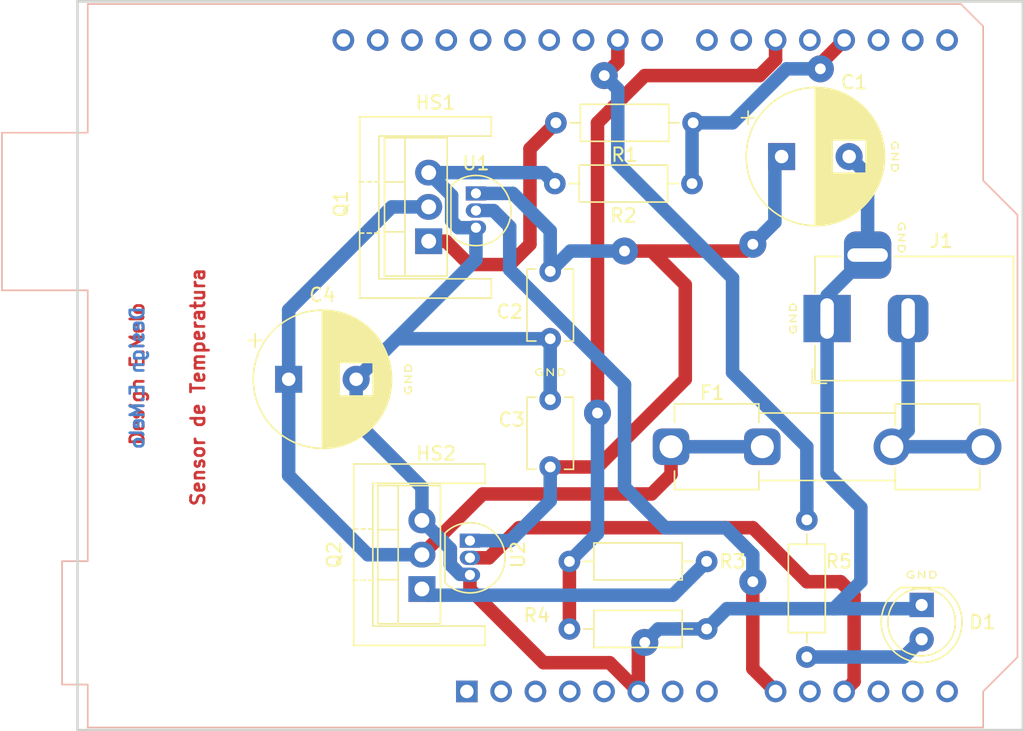
<source format=kicad_pcb>
(kicad_pcb (version 20240108) (generator "pcbnew") (generator_version "8.0")
  (layers (0 "F.Cu" signal) (31 "B.Cu" signal) (34 "B.Paste" user) (35 "F.Paste" user) (36 "B.SilkS" user "B.Silkscreen") (37 "F.SilkS" user "F.Silkscreen") (38 "B.Mask" user) (39 "F.Mask" user) (44 "Edge.Cuts" user))
  (net 0 "")
  (net 1 "Net-(A1-D5)")
  (net 3 "Net-(A1-D3)")
  (net 5 "Net-(A1-A0)")
  (net 11 "Net-(A1-D9)")
  (net 14 "Net-(A1-A2)")
  (net 16 "VCC")
  (net 20 "GND")
  (net 33 "+3V3")
  (net 34 "+V")
  (net 35 "Net-(D1-A)")
  (net 36 "Net-(F1-Pad2)")
  (net 37 "Net-(Q1-B)")
  (net 38 "Net-(Q2-B)")
  (footprint "Resistor_THT:R_Axial_DIN0207_L6.3mm_D2.5mm_P10.16mm_Horizontal" (layer "F.Cu") (at 121.08 64.5 180)
    (property "Reference" "R1" (at 5.08 -2.37 0) (layer "F.SilkS"))
    (property "Value" "1K")
    (pad "1" thru_hole circle (at 0 0 180) (size 1.6 1.6) (drill 0.8) (layers "*.Cu" "*.Mask") (net 3 "Net-(A1-D3)"))
    (pad "2" thru_hole oval (at 10.16 0 180) (size 1.6 1.6) (drill 0.8) (layers "*.Cu" "*.Mask") (net 37 "Net-(Q1-B)"))
  )
  (footprint "Heatsink:Heatsink_Stonecold_HS-S02_13.21x9.53mm" (layer "F.Cu") (at 96.5 70.77 90)
    (property "Reference" "HS1" (at 7.77 5.5 180) (layer "F.SilkS"))
    (property "Value" "Heatsink")
  )
  (footprint "Connector_BarrelJack:BarrelJack_Horizontal" (layer "F.Cu") (at 131 79 180)
    (property "Reference" "J1" (at -8.45 5.75 0) (layer "F.SilkS"))
    (property "Value" "Barrel_Jack_Switch")
    (pad "1" thru_hole rect (at 0 0 180) (size 3.5 3.5) (drill oval 1 3) (layers "*.Cu" "*.Mask") (net 20 "GND"))
    (pad "2" thru_hole roundrect (at -6 0 180) (size 3 3.5) (drill oval 1 3) (layers "*.Cu" "*.Mask") (net 36 "Net-(F1-Pad2)"))
    (pad "3" thru_hole roundrect (at -3 4.7 180) (size 3.5 3.5) (drill oval 3 1) (layers "*.Cu" "*.Mask") (net 20 "GND"))
  )
  (footprint "Package_TO_SOT_THT:TO-92_Inline" (layer "F.Cu") (at 104.555 95.46 -90)
    (property "Reference" "U2" (at 1.04 -3.56 90) (layer "F.SilkS"))
    (property "Value" "LM35-LP")
    (pad "1" thru_hole rect (at 0 0 270) (size 1.05 1.5) (drill 0.75) (layers "*.Cu" "*.Mask") (net 33 "+3V3"))
    (pad "2" thru_hole oval (at 1.27 0 270) (size 1.05 1.5) (drill 0.75) (layers "*.Cu" "*.Mask") (net 14 "Net-(A1-A2)"))
    (pad "3" thru_hole oval (at 2.54 0 270) (size 1.05 1.5) (drill 0.75) (layers "*.Cu" "*.Mask") (net 20 "GND"))
  )
  (footprint "Capacitor_THT:C_Disc_D5.1mm_W3.2mm_P5.00mm" (layer "F.Cu") (at 110.5 75.5 -90)
    (property "Reference" "C2" (at 3 3 180) (layer "F.SilkS"))
    (property "Value" "100nF")
    (pad "1" thru_hole circle (at 0 0 270) (size 1.6 1.6) (drill 0.8) (layers "*.Cu" "*.Mask") (net 33 "+3V3"))
    (pad "2" thru_hole circle (at 5 0 270) (size 1.6 1.6) (drill 0.8) (layers "*.Cu" "*.Mask") (net 20 "GND"))
  )
  (footprint "Package_TO_SOT_THT:TO-220-3_Vertical" (layer "F.Cu") (at 101 99.04 90)
    (property "Reference" "Q2" (at 2.54 -6.5 -90) (layer "F.SilkS"))
    (property "Value" "TIP41")
    (pad "1" thru_hole rect (at 0 0 90) (size 1.905 2) (drill 1.1) (layers "*.Cu" "*.Mask") (net 38 "Net-(Q2-B)"))
    (pad "2" thru_hole oval (at 2.54 0 90) (size 1.905 2) (drill 1.1) (layers "*.Cu" "*.Mask") (net 34 "+V"))
    (pad "3" thru_hole oval (at 5.08 0 90) (size 1.905 2) (drill 1.1) (layers "*.Cu" "*.Mask") (net 20 "GND"))
  )
  (footprint "Resistor_THT:R_Axial_DIN0207_L6.3mm_D2.5mm_P10.16mm_Horizontal" (layer "F.Cu") (at 111.92 97)
    (property "Reference" "R3" (at 12.08 0 0) (layer "F.SilkS"))
    (property "Value" "1K")
    (pad "1" thru_hole circle (at 0 0) (size 1.6 1.6) (drill 0.8) (layers "*.Cu" "*.Mask") (net 1 "Net-(A1-D5)"))
    (pad "2" thru_hole oval (at 10.16 0) (size 1.6 1.6) (drill 0.8) (layers "*.Cu" "*.Mask") (net 38 "Net-(Q2-B)"))
  )
  (footprint "Resistor_THT:R_Axial_DIN0207_L6.3mm_D2.5mm_P10.16mm_Horizontal" (layer "F.Cu") (at 111.92 102)
    (property "Reference" "R4" (at -2.42 -1 0) (layer "F.SilkS"))
    (property "Value" "22K")
    (pad "1" thru_hole circle (at 0 0) (size 1.6 1.6) (drill 0.8) (layers "*.Cu" "*.Mask") (net 1 "Net-(A1-D5)"))
    (pad "2" thru_hole oval (at 10.16 0) (size 1.6 1.6) (drill 0.8) (layers "*.Cu" "*.Mask") (net 20 "GND"))
  )
  (footprint "LED_THT:LED_D5.0mm" (layer "F.Cu") (at 138 100.225 -90)
    (property "Reference" "D1" (at 1.275 -4.5 180) (layer "F.SilkS"))
    (property "Value" "LED1")
    (pad "1" thru_hole rect (at 0 0 270) (size 1.8 1.8) (drill 0.9) (layers "*.Cu" "*.Mask") (net 20 "GND"))
    (pad "2" thru_hole circle (at 2.54 0 270) (size 1.8 1.8) (drill 0.9) (layers "*.Cu" "*.Mask") (net 35 "Net-(D1-A)"))
  )
  (footprint "Capacitor_THT:C_Disc_D5.1mm_W3.2mm_P5.00mm" (layer "F.Cu") (at 110.5 90 90)
    (property "Reference" "C3" (at 3.5 -2.85 180) (layer "F.SilkS"))
    (property "Value" "100nF")
    (pad "1" thru_hole circle (at 0 0 90) (size 1.6 1.6) (drill 0.8) (layers "*.Cu" "*.Mask") (net 33 "+3V3"))
    (pad "2" thru_hole circle (at 5 0 90) (size 1.6 1.6) (drill 0.8) (layers "*.Cu" "*.Mask") (net 20 "GND"))
  )
  (footprint "Capacitor_THT:CP_Radial_D10.0mm_P5.00mm" (layer "F.Cu") (at 91.132323 83.5)
    (property "Reference" "C4" (at 2.5 -6.25 0) (layer "F.SilkS"))
    (property "Value" "470uF/16V")
    (pad "1" thru_hole rect (at 0 0) (size 2 2) (drill 1) (layers "*.Cu" "*.Mask") (net 34 "+V"))
    (pad "2" thru_hole circle (at 5 0) (size 2 2) (drill 1) (layers "*.Cu" "*.Mask") (net 20 "GND"))
  )
  (footprint "Package_TO_SOT_THT:TO-220-3_Vertical" (layer "F.Cu") (at 101.5 73.27 90)
    (property "Reference" "Q1" (at 2.77 -6.5 -90) (layer "F.SilkS"))
    (property "Value" "TIP41")
    (pad "1" thru_hole rect (at 0 0 90) (size 1.905 2) (drill 1.1) (layers "*.Cu" "*.Mask") (net 37 "Net-(Q1-B)"))
    (pad "2" thru_hole oval (at 2.54 0 90) (size 1.905 2) (drill 1.1) (layers "*.Cu" "*.Mask") (net 34 "+V"))
    (pad "3" thru_hole oval (at 5.08 0 90) (size 1.905 2) (drill 1.1) (layers "*.Cu" "*.Mask") (net 20 "GND"))
  )
  (footprint "Heatsink:Heatsink_Stonecold_HS-S02_13.21x9.53mm" (layer "F.Cu") (at 96.055 96.5 90)
    (property "Reference" "HS2" (at 7.5 6 180) (layer "F.SilkS"))
    (property "Value" "Heatsink")
  )
  (footprint "Resistor_THT:R_Axial_DIN0207_L6.3mm_D2.5mm_P10.16mm_Horizontal" (layer "F.Cu") (at 129.5 93.92 -90)
    (property "Reference" "R5" (at 3.08 -2.37 180) (layer "F.SilkS"))
    (property "Value" "1K")
    (pad "1" thru_hole circle (at 0 0 270) (size 1.6 1.6) (drill 0.8) (layers "*.Cu" "*.Mask") (net 11 "Net-(A1-D9)"))
    (pad "2" thru_hole oval (at 10.16 0 270) (size 1.6 1.6) (drill 0.8) (layers "*.Cu" "*.Mask") (net 35 "Net-(D1-A)"))
  )
  (footprint "Package_TO_SOT_THT:TO-92_Inline" (layer "F.Cu") (at 105 69.73 -90)
    (property "Reference" "U1" (at -2.23 0 180) (layer "F.SilkS"))
    (property "Value" "LM35-LP")
    (pad "1" thru_hole rect (at 0 0 270) (size 1.05 1.5) (drill 0.75) (layers "*.Cu" "*.Mask") (net 33 "+3V3"))
    (pad "2" thru_hole oval (at 1.27 0 270) (size 1.05 1.5) (drill 0.75) (layers "*.Cu" "*.Mask") (net 5 "Net-(A1-A0)"))
    (pad "3" thru_hole oval (at 2.54 0 270) (size 1.05 1.5) (drill 0.75) (layers "*.Cu" "*.Mask") (net 20 "GND"))
  )
  (footprint "Capacitor_THT:CP_Radial_D10.0mm_P5.00mm" (layer "F.Cu") (at 127.632323 67)
    (property "Reference" "C1" (at 5.367677 -5.5 0) (layer "F.SilkS"))
    (property "Value" "100uF/16V")
    (pad "1" thru_hole rect (at 0 0) (size 2 2) (drill 1) (layers "*.Cu" "*.Mask") (net 33 "+3V3"))
    (pad "2" thru_hole circle (at 5 0) (size 2 2) (drill 1) (layers "*.Cu" "*.Mask") (net 20 "GND"))
  )
  (footprint "Resistor_THT:R_Axial_DIN0207_L6.3mm_D2.5mm_P10.16mm_Horizontal" (layer "F.Cu") (at 121 69 180)
    (property "Reference" "R2" (at 5.08 -2.37 0) (layer "F.SilkS"))
    (property "Value" "22K")
    (pad "1" thru_hole circle (at 0 0 180) (size 1.6 1.6) (drill 0.8) (layers "*.Cu" "*.Mask") (net 3 "Net-(A1-D3)"))
    (pad "2" thru_hole oval (at 10.16 0 180) (size 1.6 1.6) (drill 0.8) (layers "*.Cu" "*.Mask") (net 20 "GND"))
  )
  (footprint "Fuse:Fuseholder_Clip-5x20mm_Keystone_3517_Inline_P23.11x6.76mm_D1.70mm_Horizontal" (layer "F.Cu") (at 119.445 88.5)
    (property "Reference" "F1" (at 3.055 -4 0) (layer "F.SilkS"))
    (property "Value" "1A/20mm")
    (pad "1" thru_hole roundrect (at 0 0) (size 2.7 2.7) (drill 1.7) (layers "*.Cu" "*.Mask") (net 34 "+V"))
    (pad "1" thru_hole roundrect (at 6.76 0) (size 2.7 2.7) (drill 1.7) (layers "*.Cu" "*.Mask") (net 34 "+V"))
    (pad "2" thru_hole circle (at 16.35 0) (size 2.7 2.7) (drill 1.7) (layers "*.Cu" "*.Mask") (net 36 "Net-(F1-Pad2)"))
    (pad "2" thru_hole circle (at 23.11 0) (size 2.7 2.7) (drill 1.7) (layers "*.Cu" "*.Mask") (net 36 "Net-(F1-Pad2)"))
  )
  (footprint "Module:Arduino_UNO_R3" (layer "B.Cu") (at 104.325 106.63)
    (property "Reference" "A1" (hide yes))
    (property "Value" "Arduino_UNO_R3")
    (pad "1" thru_hole rect (at 0 0 270) (size 1.6 1.6) (drill 1) (layers "*.Cu" "*.Mask"))
    (pad "2" thru_hole oval (at 2.54 0 270) (size 1.6 1.6) (drill 1) (layers "*.Cu" "*.Mask"))
    (pad "3" thru_hole oval (at 5.08 0 270) (size 1.6 1.6) (drill 1) (layers "*.Cu" "*.Mask"))
    (pad "4" thru_hole oval (at 7.62 0 270) (size 1.6 1.6) (drill 1) (layers "*.Cu" "*.Mask") (net 16 "VCC"))
    (pad "5" thru_hole oval (at 10.16 0 270) (size 1.6 1.6) (drill 1) (layers "*.Cu" "*.Mask"))
    (pad "6" thru_hole oval (at 12.7 0 270) (size 1.6 1.6) (drill 1) (layers "*.Cu" "*.Mask") (net 20 "GND"))
    (pad "7" thru_hole oval (at 15.24 0 270) (size 1.6 1.6) (drill 1) (layers "*.Cu" "*.Mask"))
    (pad "8" thru_hole oval (at 17.78 0 270) (size 1.6 1.6) (drill 1) (layers "*.Cu" "*.Mask"))
    (pad "9" thru_hole oval (at 22.86 0 270) (size 1.6 1.6) (drill 1) (layers "*.Cu" "*.Mask") (net 5 "Net-(A1-A0)"))
    (pad "10" thru_hole oval (at 25.4 0 270) (size 1.6 1.6) (drill 1) (layers "*.Cu" "*.Mask"))
    (pad "11" thru_hole oval (at 27.94 0 270) (size 1.6 1.6) (drill 1) (layers "*.Cu" "*.Mask") (net 14 "Net-(A1-A2)"))
    (pad "12" thru_hole oval (at 30.48 0 270) (size 1.6 1.6) (drill 1) (layers "*.Cu" "*.Mask"))
    (pad "13" thru_hole oval (at 33.02 0 270) (size 1.6 1.6) (drill 1) (layers "*.Cu" "*.Mask"))
    (pad "14" thru_hole oval (at 35.56 0 270) (size 1.6 1.6) (drill 1) (layers "*.Cu" "*.Mask"))
    (pad "15" thru_hole oval (at 35.56 -48.26 270) (size 1.6 1.6) (drill 1) (layers "*.Cu" "*.Mask"))
    (pad "16" thru_hole oval (at 33.02 -48.26 270) (size 1.6 1.6) (drill 1) (layers "*.Cu" "*.Mask"))
    (pad "17" thru_hole oval (at 30.48 -48.26 270) (size 1.6 1.6) (drill 1) (layers "*.Cu" "*.Mask"))
    (pad "18" thru_hole oval (at 27.94 -48.26 270) (size 1.6 1.6) (drill 1) (layers "*.Cu" "*.Mask") (net 3 "Net-(A1-D3)"))
    (pad "19" thru_hole oval (at 25.4 -48.26 270) (size 1.6 1.6) (drill 1) (layers "*.Cu" "*.Mask"))
    (pad "20" thru_hole oval (at 22.86 -48.26 270) (size 1.6 1.6) (drill 1) (layers "*.Cu" "*.Mask") (net 1 "Net-(A1-D5)"))
    (pad "21" thru_hole oval (at 20.32 -48.26 270) (size 1.6 1.6) (drill 1) (layers "*.Cu" "*.Mask"))
    (pad "22" thru_hole oval (at 17.78 -48.26 270) (size 1.6 1.6) (drill 1) (layers "*.Cu" "*.Mask"))
    (pad "23" thru_hole oval (at 13.72 -48.26 270) (size 1.6 1.6) (drill 1) (layers "*.Cu" "*.Mask"))
    (pad "24" thru_hole oval (at 11.18 -48.26 270) (size 1.6 1.6) (drill 1) (layers "*.Cu" "*.Mask") (net 11 "Net-(A1-D9)"))
    (pad "25" thru_hole oval (at 8.64 -48.26 270) (size 1.6 1.6) (drill 1) (layers "*.Cu" "*.Mask"))
    (pad "26" thru_hole oval (at 6.1 -48.26 270) (size 1.6 1.6) (drill 1) (layers "*.Cu" "*.Mask"))
    (pad "27" thru_hole oval (at 3.56 -48.26 270) (size 1.6 1.6) (drill 1) (layers "*.Cu" "*.Mask"))
    (pad "28" thru_hole oval (at 1.02 -48.26 270) (size 1.6 1.6) (drill 1) (layers "*.Cu" "*.Mask"))
    (pad "29" thru_hole oval (at -1.52 -48.26 270) (size 1.6 1.6) (drill 1) (layers "*.Cu" "*.Mask"))
    (pad "30" thru_hole oval (at -4.06 -48.26 270) (size 1.6 1.6) (drill 1) (layers "*.Cu" "*.Mask"))
    (pad "31" thru_hole oval (at -6.6 -48.26 270) (size 1.6 1.6) (drill 1) (layers "*.Cu" "*.Mask"))
    (pad "32" thru_hole oval (at -9.14 -48.26 270) (size 1.6 1.6) (drill 1) (layers "*.Cu" "*.Mask"))
  )
  (gr_rect (start 75.5 55.5) (end 145.5 109.5) (stroke (width 0.2)) (fill none) (layer "Edge.Cuts"))
  (gr_text "Design E.Melo" (at 80.5 88.5 90) (layer "F.Cu") (effects (font (size 1 1) (thickness 0.2) (bold yes)) (justify left bottom)))
  (gr_text "Sensor de Temperatura" (at 85 93 90) (layer "F.Cu") (effects (font (size 1 1) (thickness 0.2) (bold yes)) (justify left bottom)))
  (gr_text "Design E.Melo" (at 80.5 78 90) (layer "B.Cu") (effects (font (size 1 1) (thickness 0.2) (bold yes)) (justify left bottom mirror)))
  (gr_text "GND" (at 136.5 73 -90) (layer "F.SilkS") (effects (font (size 0.5 0.8) (thickness 0.1) (bold yes))))
  (gr_text "GND" (at 136 67 -90) (layer "F.SilkS") (effects (font (size 0.5 0.8) (thickness 0.1) (bold yes))))
  (gr_text "GND" (at 138 98 0) (layer "F.SilkS") (effects (font (size 0.5 0.8) (thickness 0.1) (bold yes))))
  (gr_text "GND" (at 128.5 79 90) (layer "F.SilkS") (effects (font (size 0.5 0.8) (thickness 0.1) (bold yes))))
  (gr_text "GND" (at 110.5 83 0) (layer "F.SilkS") (effects (font (size 0.5 0.8) (thickness 0.1) (bold yes))))
  (gr_text "GND" (at 100 83.5 90) (layer "F.SilkS") (effects (font (size 0.5 0.8) (thickness 0.1) (bold yes))))
  (segment (start 126 61) (end 127.185 59.815) (width 1) (layer "F.Cu") (net 1))
  (segment (start 117.5 61) (end 126 61) (width 1) (layer "F.Cu") (net 1))
  (segment (start 114 64.5) (end 117.5 61) (width 1) (layer "F.Cu") (net 1))
  (segment (start 111.92 102) (end 111.92 97) (width 1) (layer "F.Cu") (net 1))
  (segment (start 114 86) (end 114 64.5) (width 1) (layer "F.Cu") (net 1))
  (segment (start 127.185 59.815) (end 127.185 58.37) (width 1) (layer "F.Cu") (net 1))
  (via (at 114 86) (size 2) (drill 0.8) (layers "F.Cu" "B.Cu") (net 1))
  (segment (start 114 94.92) (end 114 86) (width 1) (layer "B.Cu") (net 1))
  (segment (start 111.92 97) (end 114 94.92) (width 1) (layer "B.Cu") (net 1))
  (segment (start 130.5 60.135) (end 132.265 58.37) (width 1) (layer "F.Cu") (net 3))
  (segment (start 130.5 60.5) (end 130.5 60.135) (width 1) (layer "F.Cu") (net 3))
  (via (at 130.5 60.5) (size 2) (drill 0.8) (layers "F.Cu" "B.Cu") (net 3))
  (segment (start 128 60.5) (end 124 64.5) (width 1) (layer "B.Cu") (net 3))
  (segment (start 121 69) (end 121 64.58) (width 1) (layer "B.Cu") (net 3))
  (segment (start 121 64.58) (end 121.08 64.5) (width 1) (layer "B.Cu") (net 3))
  (segment (start 130.5 60.5) (end 128 60.5) (width 1) (layer "B.Cu") (net 3))
  (segment (start 124 64.5) (end 121.08 64.5) (width 1) (layer "B.Cu") (net 3))
  (segment (start 125.5 98.5) (end 125.5 104.945) (width 1) (layer "F.Cu") (net 5))
  (segment (start 125.5 104.945) (end 127.185 106.63) (width 1) (layer "F.Cu") (net 5))
  (via (at 125.5 98.5) (size 2) (drill 0.8) (layers "F.Cu" "B.Cu") (net 5))
  (segment (start 107.5 75.378679) (end 107.5 72.2) (width 1) (layer "B.Cu") (net 5))
  (segment (start 119 94.5) (end 116 91.5) (width 1) (layer "B.Cu") (net 5))
  (segment (start 125.5 96.5) (end 123.5 94.5) (width 1) (layer "B.Cu") (net 5))
  (segment (start 116 83.878679) (end 107.5 75.378679) (width 1) (layer "B.Cu") (net 5))
  (segment (start 116 91.5) (end 116 83.878679) (width 1) (layer "B.Cu") (net 5))
  (segment (start 125.5 98.5) (end 125.5 96.5) (width 1) (layer "B.Cu") (net 5))
  (segment (start 106.3 71) (end 105 71) (width 1) (layer "B.Cu") (net 5))
  (segment (start 107.5 72.2) (end 106.3 71) (width 1) (layer "B.Cu") (net 5))
  (segment (start 123.5 94.5) (end 119 94.5) (width 1) (layer "B.Cu") (net 5))
  (segment (start 115.505 58.37) (end 115.505 59.995) (width 1) (layer "F.Cu") (net 11))
  (segment (start 115.505 59.995) (end 114.5 61) (width 1) (layer "F.Cu") (net 11))
  (via (at 114.5 61) (size 2) (drill 0.8) (layers "F.Cu" "B.Cu") (net 11))
  (segment (start 115.5 62) (end 114.5 61) (width 1) (layer "B.Cu") (net 11))
  (segment (start 124 83.000456) (end 124 76) (width 1) (layer "B.Cu") (net 11))
  (segment (start 129.5 93.92) (end 129.5 88.500456) (width 1) (layer "B.Cu") (net 11))
  (segment (start 115.505 58.37) (end 115.5 58.375) (width 1) (layer "B.Cu") (net 11))
  (segment (start 129.5 88.500456) (end 124 83.000456) (width 1) (layer "B.Cu") (net 11))
  (segment (start 124 76) (end 115.5 67.5) (width 1) (layer "B.Cu") (net 11))
  (segment (start 115.5 67.5) (end 115.5 62) (width 1) (layer "B.Cu") (net 11))
  (segment (start 105.96 96.73) (end 108.19 94.5) (width 1) (layer "F.Cu") (net 14))
  (segment (start 133 99.5) (end 133 105.895) (width 1) (layer "F.Cu") (net 14))
  (segment (start 132 98.5) (end 133 99.5) (width 1) (layer "F.Cu") (net 14))
  (segment (start 104.555 96.73) (end 105.96 96.73) (width 1) (layer "F.Cu") (net 14))
  (segment (start 129.5 98.5) (end 132 98.5) (width 1) (layer "F.Cu") (net 14))
  (segment (start 108.19 94.5) (end 125.5 94.5) (width 1) (layer "F.Cu") (net 14))
  (segment (start 125.5 94.5) (end 129.5 98.5) (width 1) (layer "F.Cu") (net 14))
  (segment (start 133 105.895) (end 132.265 106.63) (width 1) (layer "F.Cu") (net 14))
  (segment (start 104.555 98) (end 104.555 99.055) (width 1) (layer "F.Cu") (net 20))
  (segment (start 117.025 106.63) (end 117.025 103.475) (width 1) (layer "F.Cu") (net 20))
  (segment (start 110 104.5) (end 114.895 104.5) (width 1) (layer "F.Cu") (net 20))
  (segment (start 114.895 104.5) (end 117.025 106.63) (width 1) (layer "F.Cu") (net 20))
  (segment (start 117.025 103.475) (end 117.5 103) (width 1) (layer "F.Cu") (net 20))
  (segment (start 104.555 99.055) (end 110 104.5) (width 1) (layer "F.Cu") (net 20))
  (via (at 117.5 103) (size 2) (drill 0.8) (layers "F.Cu" "B.Cu") (net 20))
  (segment (start 96.132323 86.632323) (end 101 91.5) (width 1) (layer "B.Cu") (net 20))
  (segment (start 133.5 93) (end 133.5 98.5) (width 1) (layer "B.Cu") (net 20))
  (segment (start 104.6 97.955) (end 103.822588 97.955) (width 1) (layer "B.Cu") (net 20))
  (segment (start 120 102) (end 118.5 102) (width 1) (layer "B.Cu") (net 20))
  (segment (start 131 79) (end 131 77.3) (width 1) (layer "B.Cu") (net 20))
  (segment (start 99.132323 80.5) (end 110.5 80.5) (width 1) (layer "B.Cu") (net 20))
  (segment (start 131 79) (end 131 90.5) (width 1) (layer "B.Cu") (net 20))
  (segment (start 131 77.3) (end 134 74.3) (width 1) (layer "B.Cu") (net 20))
  (segment (start 110.5 85) (end 110.5 80.5) (width 1) (layer "B.Cu") (net 20))
  (segment (start 118.5 102) (end 117.5 103) (width 1) (layer "B.Cu") (net 20))
  (segment (start 105 74.632323) (end 105 72.27) (width 1) (layer "B.Cu") (net 20))
  (segment (start 103.822588 97.955) (end 103.105 97.237412) (width 1) (layer "B.Cu") (net 20))
  (segment (start 134 68.367677) (end 132.632323 67) (width 1) (layer "B.Cu") (net 20))
  (segment (start 133.5 98.5) (end 131.5 100.5) (width 1) (layer "B.Cu") (net 20))
  (segment (start 103.105 97.237412) (end 103.105 96.065) (width 1) (layer "B.Cu") (net 20))
  (segment (start 131.5 100.5) (end 123.58 100.5) (width 1) (layer "B.Cu") (net 20))
  (segment (start 103.7 72.27) (end 103.2 71.77) (width 1) (layer "B.Cu") (net 20))
  (segment (start 103.2 71.77) (end 103.2 69.89) (width 1) (layer "B.Cu") (net 20))
  (segment (start 96.132323 83.5) (end 105 74.632323) (width 1) (layer "B.Cu") (net 20))
  (segment (start 101 91.5) (end 101 93.96) (width 1) (layer "B.Cu") (net 20))
  (segment (start 123.58 100.5) (end 122.08 102) (width 1) (layer "B.Cu") (net 20))
  (segment (start 122.08 102) (end 120 102) (width 1) (layer "B.Cu") (net 20))
  (segment (start 103.105 96.065) (end 101 93.96) (width 1) (layer "B.Cu") (net 20))
  (segment (start 138 100.225) (end 137.725 100.5) (width 1) (layer "B.Cu") (net 20))
  (segment (start 110.84 69) (end 110.03 68.19) (width 1) (layer "B.Cu") (net 20))
  (segment (start 101.5 68.19) (end 110.03 68.19) (width 1) (layer "B.Cu") (net 20))
  (segment (start 96.132323 83.5) (end 96.132323 86.632323) (width 1) (layer "B.Cu") (net 20))
  (segment (start 103.2 69.89) (end 101.5 68.19) (width 1) (layer "B.Cu") (net 20))
  (segment (start 104.555 98) (end 104.6 97.955) (width 1) (layer "B.Cu") (net 20))
  (segment (start 131 90.5) (end 133.5 93) (width 1) (layer "B.Cu") (net 20))
  (segment (start 137.725 100.5) (end 131.5 100.5) (width 1) (layer "B.Cu") (net 20))
  (segment (start 105 72.27) (end 103.7 72.27) (width 1) (layer "B.Cu") (net 20))
  (segment (start 134 74.3) (end 134 68.367677) (width 1) (layer "B.Cu") (net 20))
  (segment (start 120.5 83.5) (end 120.5 76.5) (width 1) (layer "F.Cu") (net 33))
  (segment (start 118 74) (end 125 74) (width 1) (layer "F.Cu") (net 33))
  (segment (start 114 90) (end 120.5 83.5) (width 1) (layer "F.Cu") (net 33))
  (segment (start 110.5 90) (end 114 90) (width 1) (layer "F.Cu") (net 33))
  (segment (start 120.5 76.5) (end 118 74) (width 1) (layer "F.Cu") (net 33))
  (segment (start 118 74) (end 116 74) (width 1) (layer "F.Cu") (net 33))
  (segment (start 125 74) (end 125.5 73.5) (width 1) (layer "F.Cu") (net 33))
  (via (at 116 74) (size 2) (drill 0.8) (layers "F.Cu" "B.Cu") (net 33))
  (via (at 125.5 73.5) (size 2) (drill 0.8) (layers "F.Cu" "B.Cu") (net 33))
  (segment (start 105 69.73) (end 107.73 69.73) (width 1) (layer "B.Cu") (net 33))
  (segment (start 107.73 69.73) (end 110.5 72.5) (width 1) (layer "B.Cu") (net 33))
  (segment (start 127.132323 67.5) (end 127.632323 67) (width 1) (layer "B.Cu") (net 33))
  (segment (start 110.5 75.5) (end 112 74) (width 1) (layer "B.Cu") (net 33))
  (segment (start 125.5 73.5) (end 127.132323 71.867677) (width 1) (layer "B.Cu") (net 33))
  (segment (start 107.54 95.46) (end 110.5 92.5) (width 1) (layer "B.Cu") (net 33))
  (segment (start 127.132323 71.867677) (end 127.132323 67.5) (width 1) (layer "B.Cu") (net 33))
  (segment (start 110.5 92.5) (end 110.5 90) (width 1) (layer "B.Cu") (net 33))
  (segment (start 104.555 95.46) (end 107.54 95.46) (width 1) (layer "B.Cu") (net 33))
  (segment (start 110.5 72.5) (end 110.5 75.5) (width 1) (layer "B.Cu") (net 33))
  (segment (start 112 74) (end 116.5 74) (width 1) (layer "B.Cu") (net 33))
  (segment (start 105.5 92) (end 118 92) (width 1) (layer "F.Cu") (net 34))
  (segment (start 118 92) (end 119.445 90.555) (width 1) (layer "F.Cu") (net 34))
  (segment (start 101 96.5) (end 105.5 92) (width 1) (layer "F.Cu") (net 34))
  (segment (start 119.445 90.555) (end 119.445 88.5) (width 1) (layer "F.Cu") (net 34))
  (segment (start 91.132323 83.5) (end 91.132323 90.632323) (width 1) (layer "B.Cu") (net 34))
  (segment (start 98.77 70.73) (end 101.5 70.73) (width 1) (layer "B.Cu") (net 34))
  (segment (start 97 96.5) (end 101 96.5) (width 1) (layer "B.Cu") (net 34))
  (segment (start 91.132323 90.632323) (end 97 96.5) (width 1) (layer "B.Cu") (net 34))
  (segment (start 91.132323 78.367677) (end 98.77 70.73) (width 1) (layer "B.Cu") (net 34))
  (segment (start 91.132323 83.5) (end 91.132323 78.367677) (width 1) (layer "B.Cu") (net 34))
  (segment (start 126.205 88.5) (end 119.445 88.5) (width 1) (layer "B.Cu") (net 34))
  (segment (start 136.685 104.08) (end 138 102.765) (width 1) (layer "B.Cu") (net 35))
  (segment (start 129.5 104.08) (end 136.685 104.08) (width 1) (layer "B.Cu") (net 35))
  (segment (start 137 79) (end 137 87.295) (width 1) (layer "B.Cu") (net 36))
  (segment (start 142.555 88.5) (end 135.795 88.5) (width 1) (layer "B.Cu") (net 36))
  (segment (start 137 87.295) (end 135.795 88.5) (width 1) (layer "B.Cu") (net 36))
  (segment (start 102.77 73.27) (end 104.5 75) (width 1) (layer "F.Cu") (net 37))
  (segment (start 104.5 75) (end 107.5 75) (width 1) (layer "F.Cu") (net 37))
  (segment (start 109 73.5) (end 109 66.42) (width 1) (layer "F.Cu") (net 37))
  (segment (start 109 66.42) (end 110.92 64.5) (width 1) (layer "F.Cu") (net 37))
  (segment (start 107.5 75) (end 109 73.5) (width 1) (layer "F.Cu") (net 37))
  (segment (start 101.5 73.27) (end 102.77 73.27) (width 1) (layer "F.Cu") (net 37))
  (segment (start 101 99.04) (end 101.46 99.5) (width 1) (layer "B.Cu") (net 38))
  (segment (start 119.58 99.5) (end 122.08 97) (width 1) (layer "B.Cu") (net 38))
  (segment (start 101.46 99.5) (end 119.58 99.5) (width 1) (layer "B.Cu") (net 38))
)
</source>
